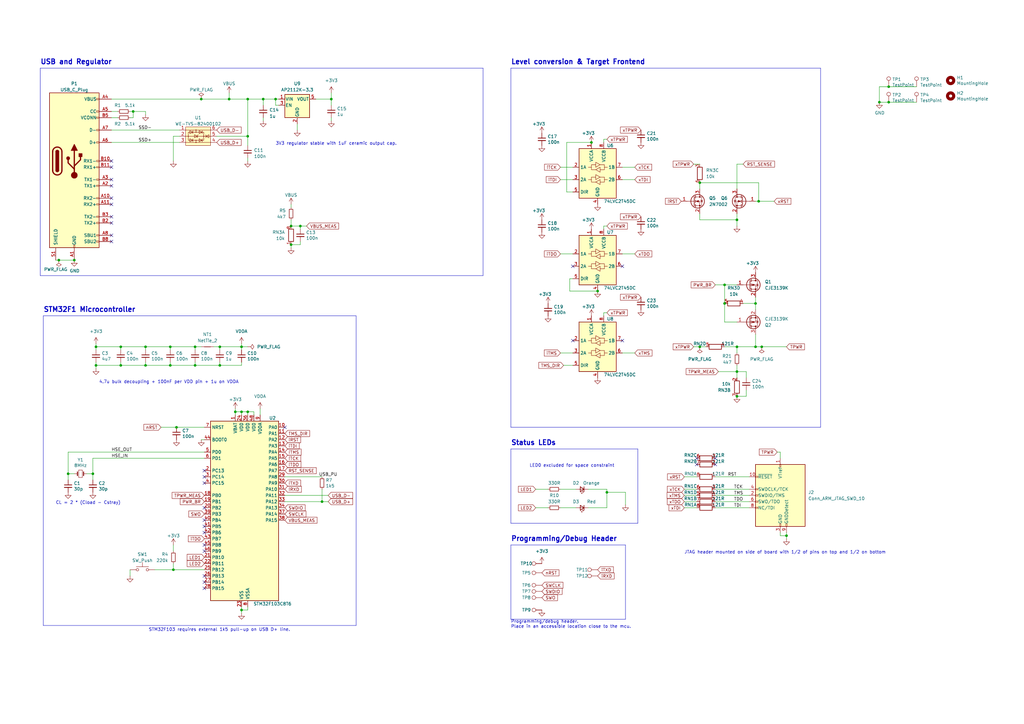
<source format=kicad_sch>
(kicad_sch (version 20230121) (generator eeschema)
  (paper "A3")
  (junction (at 99.06 250.19))
  (junction (at 90.17 149.86))
  (junction (at 99.06 142.24))
  (junction (at 59.69 142.24))
  (junction (at 54.61 45.72))
  (junction (at 107.95 40.64))
  (junction (at 39.37 142.24))
  (junction (at 24.13 106.68))
  (junction (at 302.26 152.4))
  (junction (at 49.53 142.24))
  (junction (at 360.68 41.91))
  (junction (at 364.49 35.56))
  (junction (at 297.18 116.84))
  (junction (at 132.08 205.74))
  (junction (at 93.98 40.64))
  (junction (at 322.58 219.71))
  (junction (at 135.89 40.64))
  (junction (at 38.1 194.31))
  (junction (at 309.88 142.24))
  (junction (at 101.6 55.88))
  (junction (at 59.69 149.86))
  (junction (at 119.38 100.33))
  (junction (at 312.42 142.24))
  (junction (at 82.55 40.64))
  (junction (at 245.11 119.38))
  (junction (at 101.6 168.91))
  (junction (at 80.01 142.24))
  (junction (at 302.26 142.24))
  (junction (at 287.02 142.24))
  (junction (at 119.38 92.71))
  (junction (at 99.06 168.91))
  (junction (at 90.17 142.24))
  (junction (at 311.15 82.55))
  (junction (at 309.88 124.46))
  (junction (at 80.01 149.86))
  (junction (at 71.12 233.68))
  (junction (at 72.39 175.26))
  (junction (at 49.53 149.86))
  (junction (at 30.48 106.68))
  (junction (at 39.37 149.86))
  (junction (at 27.94 194.31))
  (junction (at 297.18 124.46))
  (junction (at 69.85 149.86))
  (junction (at 96.52 168.91))
  (junction (at 101.6 40.64))
  (junction (at 113.03 40.64))
  (junction (at 242.57 58.42))
  (junction (at 302.26 162.56))
  (junction (at 287.02 74.93))
  (junction (at 302.26 90.17))
  (junction (at 248.92 201.93))
  (junction (at 364.49 41.91))
  (junction (at 69.85 142.24))
  (junction (at 123.19 92.71))
  (no_connect (at 83.82 198.12))
  (no_connect (at 293.37 190.5))
  (no_connect (at 83.82 218.44))
  (no_connect (at 83.82 195.58))
  (no_connect (at 45.72 73.66))
  (no_connect (at 45.72 68.58))
  (no_connect (at 83.82 208.28))
  (no_connect (at 45.72 81.28))
  (no_connect (at 45.72 96.52))
  (no_connect (at 234.95 139.7))
  (no_connect (at 285.75 187.96))
  (no_connect (at 45.72 88.9))
  (no_connect (at 83.82 238.76))
  (no_connect (at 45.72 99.06))
  (no_connect (at 45.72 66.04))
  (no_connect (at 83.82 215.9))
  (no_connect (at 255.27 139.7))
  (no_connect (at 116.84 175.26))
  (no_connect (at 83.82 223.52))
  (no_connect (at 83.82 193.04))
  (no_connect (at 45.72 91.44))
  (no_connect (at 83.82 213.36))
  (no_connect (at 45.72 83.82))
  (no_connect (at 293.37 187.96))
  (no_connect (at 285.75 190.5))
  (no_connect (at 234.95 109.22))
  (no_connect (at 83.82 236.22))
  (no_connect (at 255.27 109.22))
  (no_connect (at 83.82 241.3))
  (no_connect (at 45.72 76.2))
  (no_connect (at 83.82 226.06))
  (wire (pts (xy 287.02 90.17) (xy 302.26 90.17)))
  (wire (pts (xy 297.18 124.46) (xy 297.18 132.08)))
  (wire (pts (xy 287.02 74.93) (xy 287.02 77.47)))
  (wire (pts (xy 54.61 48.26) (xy 53.34 48.26)))
  (wire (pts (xy 135.89 49.53) (xy 135.89 48.26)))
  (wire (pts (xy 306.07 162.56) (xy 302.26 162.56)))
  (wire (pts (xy 293.37 203.2) (xy 307.34 203.2)))
  (wire (pts (xy 101.6 55.88) (xy 101.6 59.69)))
  (wire (pts (xy 116.84 205.74) (xy 132.08 205.74)))
  (polyline (pts (xy 336.55 175.26) (xy 336.55 27.94)))
  (wire (pts (xy 45.72 53.34) (xy 73.66 53.34)))
  (polyline (pts (xy 209.55 175.26) (xy 336.55 175.26)))
  (wire (pts (xy 54.61 45.72) (xy 59.69 45.72)))
  (wire (pts (xy 71.12 66.04) (xy 71.12 55.88)))
  (wire (pts (xy 123.19 92.71) (xy 125.73 92.71)))
  (wire (pts (xy 232.41 78.74) (xy 234.95 78.74)))
  (wire (pts (xy 284.48 142.24) (xy 287.02 142.24)))
  (wire (pts (xy 66.04 175.26) (xy 72.39 175.26)))
  (polyline (pts (xy 209.55 223.52) (xy 256.54 223.52)))
  (wire (pts (xy 87.63 142.24) (xy 90.17 142.24)))
  (polyline (pts (xy 16.51 27.94) (xy 16.51 113.03)))
  (wire (pts (xy 93.98 38.1) (xy 93.98 40.64)))
  (wire (pts (xy 35.56 194.31) (xy 38.1 194.31)))
  (wire (pts (xy 302.26 154.94) (xy 302.26 152.4)))
  (wire (pts (xy 260.35 104.14) (xy 255.27 104.14)))
  (wire (pts (xy 232.41 58.42) (xy 232.41 78.74)))
  (wire (pts (xy 247.65 58.42) (xy 247.65 57.15)))
  (wire (pts (xy 360.68 35.56) (xy 360.68 41.91)))
  (wire (pts (xy 107.95 40.64) (xy 113.03 40.64)))
  (wire (pts (xy 96.52 167.64) (xy 96.52 168.91)))
  (wire (pts (xy 99.06 250.19) (xy 99.06 248.92)))
  (wire (pts (xy 53.34 45.72) (xy 54.61 45.72)))
  (wire (pts (xy 69.85 148.59) (xy 69.85 149.86)))
  (wire (pts (xy 248.92 208.28) (xy 241.3 208.28)))
  (wire (pts (xy 247.65 93.98) (xy 247.65 92.71)))
  (wire (pts (xy 69.85 142.24) (xy 59.69 142.24)))
  (wire (pts (xy 49.53 142.24) (xy 49.53 143.51)))
  (wire (pts (xy 106.68 167.64) (xy 106.68 170.18)))
  (wire (pts (xy 219.71 200.66) (xy 224.79 200.66)))
  (polyline (pts (xy 256.54 223.52) (xy 256.54 254)))
  (wire (pts (xy 72.39 175.26) (xy 83.82 175.26)))
  (wire (pts (xy 284.48 67.31) (xy 287.02 67.31)))
  (wire (pts (xy 306.07 154.94) (xy 306.07 152.4)))
  (polyline (pts (xy 209.55 254) (xy 209.55 223.52)))
  (wire (pts (xy 219.71 208.28) (xy 224.79 208.28)))
  (wire (pts (xy 101.6 248.92) (xy 101.6 250.19)))
  (wire (pts (xy 119.38 83.82) (xy 119.38 85.09)))
  (wire (pts (xy 39.37 142.24) (xy 39.37 143.51)))
  (wire (pts (xy 360.68 41.91) (xy 364.49 41.91)))
  (wire (pts (xy 82.55 40.64) (xy 93.98 40.64)))
  (wire (pts (xy 119.38 100.33) (xy 119.38 101.6)))
  (wire (pts (xy 302.26 116.84) (xy 297.18 116.84)))
  (wire (pts (xy 311.15 82.55) (xy 311.15 74.93)))
  (wire (pts (xy 39.37 149.86) (xy 49.53 149.86)))
  (wire (pts (xy 49.53 149.86) (xy 59.69 149.86)))
  (polyline (pts (xy 261.62 184.15) (xy 261.62 214.63)))
  (wire (pts (xy 69.85 143.51) (xy 69.85 142.24)))
  (wire (pts (xy 229.87 208.28) (xy 236.22 208.28)))
  (polyline (pts (xy 336.55 27.94) (xy 209.55 27.94)))
  (wire (pts (xy 233.68 114.3) (xy 234.95 114.3)))
  (wire (pts (xy 69.85 142.24) (xy 80.01 142.24)))
  (wire (pts (xy 39.37 149.86) (xy 39.37 151.13)))
  (wire (pts (xy 59.69 148.59) (xy 59.69 149.86)))
  (wire (pts (xy 302.26 67.31) (xy 302.26 77.47)))
  (wire (pts (xy 38.1 196.85) (xy 38.1 194.31)))
  (wire (pts (xy 132.08 195.58) (xy 116.84 195.58)))
  (wire (pts (xy 80.01 148.59) (xy 80.01 149.86)))
  (wire (pts (xy 293.37 208.28) (xy 307.34 208.28)))
  (wire (pts (xy 101.6 170.18) (xy 101.6 168.91)))
  (wire (pts (xy 312.42 142.24) (xy 322.58 142.24)))
  (wire (pts (xy 90.17 148.59) (xy 90.17 149.86)))
  (wire (pts (xy 53.34 236.22) (xy 53.34 233.68)))
  (polyline (pts (xy 209.55 184.15) (xy 261.62 184.15)))
  (wire (pts (xy 113.03 40.64) (xy 114.3 40.64)))
  (wire (pts (xy 229.87 144.78) (xy 234.95 144.78)))
  (wire (pts (xy 80.01 143.51) (xy 80.01 142.24)))
  (wire (pts (xy 123.19 100.33) (xy 119.38 100.33)))
  (wire (pts (xy 27.94 196.85) (xy 27.94 194.31)))
  (wire (pts (xy 293.37 116.84) (xy 297.18 116.84)))
  (wire (pts (xy 302.26 90.17) (xy 302.26 87.63)))
  (polyline (pts (xy 17.78 129.54) (xy 17.78 256.54)))
  (wire (pts (xy 104.14 168.91) (xy 104.14 170.18)))
  (wire (pts (xy 320.04 218.44) (xy 320.04 219.71)))
  (wire (pts (xy 247.65 92.71) (xy 248.92 92.71)))
  (wire (pts (xy 320.04 185.42) (xy 320.04 187.96)))
  (wire (pts (xy 248.92 201.93) (xy 248.92 208.28)))
  (wire (pts (xy 304.8 67.31) (xy 302.26 67.31)))
  (wire (pts (xy 260.35 68.58) (xy 255.27 68.58)))
  (wire (pts (xy 59.69 142.24) (xy 49.53 142.24)))
  (wire (pts (xy 309.88 124.46) (xy 309.88 121.92)))
  (wire (pts (xy 287.02 142.24) (xy 289.56 142.24)))
  (wire (pts (xy 302.26 90.17) (xy 302.26 92.71)))
  (wire (pts (xy 99.06 250.19) (xy 101.6 250.19)))
  (wire (pts (xy 99.06 168.91) (xy 101.6 168.91)))
  (wire (pts (xy 121.92 50.8) (xy 121.92 53.34)))
  (polyline (pts (xy 146.05 256.54) (xy 146.05 129.54)))
  (wire (pts (xy 119.38 92.71) (xy 123.19 92.71)))
  (polyline (pts (xy 209.55 27.94) (xy 209.55 175.26)))
  (wire (pts (xy 248.92 200.66) (xy 248.92 201.93)))
  (wire (pts (xy 309.88 137.16) (xy 309.88 142.24)))
  (wire (pts (xy 59.69 45.72) (xy 59.69 46.99)))
  (wire (pts (xy 311.15 82.55) (xy 317.5 82.55)))
  (wire (pts (xy 248.92 201.93) (xy 256.54 201.93)))
  (wire (pts (xy 45.72 40.64) (xy 82.55 40.64)))
  (wire (pts (xy 45.72 58.42) (xy 73.66 58.42)))
  (wire (pts (xy 83.82 180.34) (xy 82.55 180.34)))
  (wire (pts (xy 134.62 203.2) (xy 116.84 203.2)))
  (wire (pts (xy 99.06 170.18) (xy 99.06 168.91)))
  (wire (pts (xy 231.14 149.86) (xy 234.95 149.86)))
  (polyline (pts (xy 209.55 254) (xy 256.54 254)))
  (wire (pts (xy 24.13 106.68) (xy 30.48 106.68)))
  (wire (pts (xy 280.67 200.66) (xy 285.75 200.66)))
  (wire (pts (xy 96.52 168.91) (xy 96.52 170.18)))
  (polyline (pts (xy 16.51 27.94) (xy 198.12 27.94)))
  (wire (pts (xy 293.37 205.74) (xy 307.34 205.74)))
  (wire (pts (xy 241.3 200.66) (xy 248.92 200.66)))
  (wire (pts (xy 80.01 142.24) (xy 82.55 142.24)))
  (wire (pts (xy 294.64 152.4) (xy 302.26 152.4)))
  (polyline (pts (xy 16.51 113.03) (xy 198.12 113.03)))
  (wire (pts (xy 99.06 149.86) (xy 99.06 148.59)))
  (wire (pts (xy 99.06 251.46) (xy 99.06 250.19)))
  (wire (pts (xy 48.26 48.26) (xy 45.72 48.26)))
  (wire (pts (xy 302.26 149.86) (xy 302.26 152.4)))
  (wire (pts (xy 135.89 38.1) (xy 135.89 40.64)))
  (wire (pts (xy 101.6 40.64) (xy 107.95 40.64)))
  (wire (pts (xy 114.3 43.18) (xy 113.03 43.18)))
  (wire (pts (xy 364.49 35.56) (xy 360.68 35.56)))
  (wire (pts (xy 280.67 208.28) (xy 285.75 208.28)))
  (wire (pts (xy 49.53 149.86) (xy 49.53 148.59)))
  (wire (pts (xy 247.65 129.54) (xy 247.65 128.27)))
  (wire (pts (xy 229.87 104.14) (xy 234.95 104.14)))
  (wire (pts (xy 132.08 200.66) (xy 132.08 205.74)))
  (wire (pts (xy 309.88 142.24) (xy 312.42 142.24)))
  (wire (pts (xy 90.17 149.86) (xy 99.06 149.86)))
  (wire (pts (xy 280.67 205.74) (xy 285.75 205.74)))
  (polyline (pts (xy 198.12 113.03) (xy 198.12 27.94)))
  (wire (pts (xy 99.06 143.51) (xy 99.06 142.24)))
  (wire (pts (xy 71.12 233.68) (xy 83.82 233.68)))
  (wire (pts (xy 93.98 40.64) (xy 101.6 40.64)))
  (wire (pts (xy 101.6 55.88) (xy 101.6 40.64)))
  (wire (pts (xy 297.18 132.08) (xy 302.26 132.08)))
  (wire (pts (xy 119.38 90.17) (xy 119.38 92.71)))
  (wire (pts (xy 302.26 142.24) (xy 302.26 144.78)))
  (wire (pts (xy 107.95 48.26) (xy 107.95 49.53)))
  (wire (pts (xy 123.19 99.06) (xy 123.19 100.33)))
  (wire (pts (xy 306.07 162.56) (xy 306.07 160.02)))
  (wire (pts (xy 375.92 35.56) (xy 364.49 35.56)))
  (wire (pts (xy 88.9 55.88) (xy 101.6 55.88)))
  (polyline (pts (xy 209.55 214.63) (xy 209.55 184.15)))
  (wire (pts (xy 304.8 124.46) (xy 309.88 124.46)))
  (wire (pts (xy 302.26 142.24) (xy 309.88 142.24)))
  (wire (pts (xy 135.89 40.64) (xy 135.89 43.18)))
  (wire (pts (xy 99.06 142.24) (xy 90.17 142.24)))
  (wire (pts (xy 247.65 57.15) (xy 248.92 57.15)))
  (wire (pts (xy 242.57 58.42) (xy 232.41 58.42)))
  (wire (pts (xy 113.03 43.18) (xy 113.03 40.64)))
  (wire (pts (xy 229.87 200.66) (xy 236.22 200.66)))
  (wire (pts (xy 229.87 68.58) (xy 234.95 68.58)))
  (wire (pts (xy 54.61 45.72) (xy 54.61 48.26)))
  (polyline (pts (xy 209.55 214.63) (xy 261.62 214.63)))
  (wire (pts (xy 322.58 219.71) (xy 322.58 218.44)))
  (wire (pts (xy 80.01 149.86) (xy 90.17 149.86)))
  (wire (pts (xy 38.1 187.96) (xy 83.82 187.96)))
  (wire (pts (xy 297.18 116.84) (xy 297.18 124.46)))
  (polyline (pts (xy 17.78 256.54) (xy 146.05 256.54)))
  (wire (pts (xy 63.5 233.68) (xy 71.12 233.68)))
  (wire (pts (xy 101.6 142.24) (xy 99.06 142.24)))
  (wire (pts (xy 59.69 149.86) (xy 69.85 149.86)))
  (wire (pts (xy 39.37 148.59) (xy 39.37 149.86)))
  (wire (pts (xy 69.85 149.86) (xy 80.01 149.86)))
  (wire (pts (xy 22.86 106.68) (xy 24.13 106.68)))
  (wire (pts (xy 260.35 73.66) (xy 255.27 73.66)))
  (wire (pts (xy 297.18 142.24) (xy 302.26 142.24)))
  (wire (pts (xy 306.07 152.4) (xy 302.26 152.4)))
  (wire (pts (xy 260.35 144.78) (xy 255.27 144.78)))
  (wire (pts (xy 293.37 195.58) (xy 307.34 195.58)))
  (wire (pts (xy 90.17 143.51) (xy 90.17 142.24)))
  (wire (pts (xy 59.69 143.51) (xy 59.69 142.24)))
  (wire (pts (xy 233.68 119.38) (xy 245.11 119.38)))
  (wire (pts (xy 107.95 40.64) (xy 107.95 43.18)))
  (wire (pts (xy 48.26 45.72) (xy 45.72 45.72)))
  (wire (pts (xy 293.37 200.66) (xy 307.34 200.66)))
  (wire (pts (xy 322.58 219.71) (xy 322.58 220.98)))
  (wire (pts (xy 311.15 74.93) (xy 287.02 74.93)))
  (wire (pts (xy 132.08 205.74) (xy 134.62 205.74)))
  (wire (pts (xy 287.02 87.63) (xy 287.02 90.17)))
  (wire (pts (xy 229.87 73.66) (xy 234.95 73.66)))
  (wire (pts (xy 311.15 82.55) (xy 309.88 82.55)))
  (wire (pts (xy 101.6 168.91) (xy 104.14 168.91)))
  (wire (pts (xy 71.12 223.52) (xy 71.12 226.06)))
  (wire (pts (xy 71.12 231.14) (xy 71.12 233.68)))
  (wire (pts (xy 280.67 203.2) (xy 285.75 203.2)))
  (wire (pts (xy 247.65 128.27) (xy 248.92 128.27)))
  (wire (pts (xy 364.49 41.91) (xy 375.92 41.91)))
  (polyline (pts (xy 146.05 129.54) (xy 17.78 129.54)))
  (wire (pts (xy 309.88 124.46) (xy 309.88 127)))
  (wire (pts (xy 280.67 195.58) (xy 285.75 195.58)))
  (wire (pts (xy 27.94 194.31) (xy 30.48 194.31)))
  (wire (pts (xy 129.54 40.64) (xy 135.89 40.64)))
  (wire (pts (xy 39.37 140.97) (xy 39.37 142.24)))
  (wire (pts (xy 256.54 201.93) (xy 256.54 207.01)))
  (wire (pts (xy 71.12 55.88) (xy 73.66 55.88)))
  (wire (pts (xy 27.94 185.42) (xy 27.94 194.31)))
  (wire (pts (xy 38.1 194.31) (xy 38.1 187.96)))
  (wire (pts (xy 318.77 185.42) (xy 320.04 185.42)))
  (wire (pts (xy 123.19 93.98) (xy 123.19 92.71)))
  (wire (pts (xy 101.6 64.77) (xy 101.6 66.04)))
  (wire (pts (xy 99.06 140.97) (xy 99.06 142.24)))
  (wire (pts (xy 27.94 185.42) (xy 83.82 185.42)))
  (wire (pts (xy 96.52 168.91) (xy 99.06 168.91)))
  (wire (pts (xy 320.04 219.71) (xy 322.58 219.71)))
  (wire (pts (xy 49.53 142.24) (xy 39.37 142.24)))
  (wire (pts (xy 233.68 114.3) (xy 233.68 119.38)))
  (text "JTAG header mounted on side of board with 1/2 of pins on top and 1/2 on bottom" (at 280.67 227.33 0) (effects (font (size 1.27 1.27)) (justify left bottom)))
  (text "Programming/debug header.\nPlace in an accessible location close to the mcu." (at 209.55 257.81 0) (effects (font (size 1.27 1.27)) (justify left bottom)))
  (text "CL = 2 * (Cload - Cstray)" (at 22.86 207.01 0) (effects (font (size 1.27 1.27)) (justify left bottom)))
  (text "STM32F103 requires external 1k5 pull-up on USB D+ line." (at 60.96 259.08 0) (effects (font (size 1.27 1.27)) (justify left bottom)))
  (text "USB and Regulator" (at 16.51 26.67 0) (effects (font (size 2.0066 2.0066) (thickness 0.4013) bold) (justify left bottom)))
  (text "Level conversion & Target Frontend" (at 209.55 26.67 0) (effects (font (size 2.0066 2.0066) (thickness 0.4013) bold) (justify left bottom)))
  (text "STM32F1 Microcontroller" (at 17.78 128.27 0) (effects (font (size 2.0066 2.0066) (thickness 0.4013) bold) (justify left bottom)))
  (text "Status LEDs" (at 209.55 182.88 0) (effects (font (size 2.0066 2.0066) (thickness 0.4013) bold) (justify left bottom)))
  (text "Programming/Debug Header" (at 209.55 222.25 0) (effects (font (size 2.0066 2.0066) (thickness 0.4013) bold) (justify left bottom)))
  (text "4.7u bulk decoupling + 100nF per VDD pin + 1u on VDDA" (at 40.64 157.48 0) (effects (font (size 1.27 1.27)) (justify left bottom)))
  (text "3V3 regulator stable with 1uF ceramic output cap." (at 113.03 59.69 0) (effects (font (size 1.27 1.27)) (justify left bottom)))
  (text "LED0 excluded for space constraint" (at 217.17 191.77 0) (effects (font (size 1.27 1.27)) (justify left bottom)))
  (label "TMS" (at 300.99 203.2 0))
  (label "HSE_IN" (at 45.72 187.96 0))
  (label "SSD+" (at 62.23 58.42 180))
  (label "TDO" (at 300.99 205.74 0))
  (label "TDI" (at 300.99 208.28 0))
  (label "RST" (at 298.45 195.58 0))
  (label "USB_PU" (at 130.81 195.58 0))
  (label "SSD-" (at 62.23 53.34 180))
  (label "HSE_OUT" (at 45.72 185.42 0))
  (label "TCK" (at 300.99 200.66 0))
  (global_label "xTPWR" (shape input) (at 284.48 67.31 180) (property "Intersheetrefs" "${INTERSHEET_REFS}" (effects hide)))
  (global_label "SWDIO" (shape input) (at 222.25 242.57 0) (property "Intersheetrefs" "${INTERSHEET_REFS}" (effects hide)))
  (global_label "SWDIO" (shape input) (at 116.84 208.28 0) (property "Intersheetrefs" "${INTERSHEET_REFS}" (effects hide)))
  (global_label "SWO" (shape input) (at 83.82 210.82 180) (property "Intersheetrefs" "${INTERSHEET_REFS}" (effects hide)))
  (global_label "iTDI" (shape input) (at 116.84 182.88 0) (property "Intersheetrefs" "${INTERSHEET_REFS}" (effects hide)))
  (global_label "xTPWR" (shape input) (at 262.89 53.34 180) (property "Intersheetrefs" "${INTERSHEET_REFS}" (effects hide)))
  (global_label "TPWR_MEAS" (shape input) (at 294.64 152.4 180) (property "Intersheetrefs" "${INTERSHEET_REFS}" (effects hide)))
  (global_label "iTCK" (shape input) (at 229.87 68.58 180) (property "Intersheetrefs" "${INTERSHEET_REFS}" (effects hide)))
  (global_label "USB_D+" (shape input) (at 88.9 58.42 0) (property "Intersheetrefs" "${INTERSHEET_REFS}" (effects hide)))
  (global_label "SWCLK" (shape input) (at 116.84 210.82 0) (property "Intersheetrefs" "${INTERSHEET_REFS}" (effects hide)))
  (global_label "xTMS" (shape input) (at 280.67 203.2 180) (property "Intersheetrefs" "${INTERSHEET_REFS}" (effects hide)))
  (global_label "iTDO" (shape input) (at 229.87 104.14 180) (property "Intersheetrefs" "${INTERSHEET_REFS}" (effects hide)))
  (global_label "xTDO" (shape input) (at 260.35 104.14 0) (property "Intersheetrefs" "${INTERSHEET_REFS}" (effects hide)))
  (global_label "iRXD" (shape input) (at 116.84 200.66 0) (property "Intersheetrefs" "${INTERSHEET_REFS}" (effects hide)))
  (global_label "xTMS" (shape input) (at 260.35 144.78 0) (property "Intersheetrefs" "${INTERSHEET_REFS}" (effects hide)))
  (global_label "LED1" (shape input) (at 83.82 228.6 180) (property "Intersheetrefs" "${INTERSHEET_REFS}" (effects hide)))
  (global_label "TPWR_MEAS" (shape input) (at 83.82 203.2 180) (property "Intersheetrefs" "${INTERSHEET_REFS}" (effects hide)))
  (global_label "SWCLK" (shape input) (at 222.25 240.03 0) (property "Intersheetrefs" "${INTERSHEET_REFS}" (effects hide)))
  (global_label "PWR_BR" (shape input) (at 293.37 116.84 180) (property "Intersheetrefs" "${INTERSHEET_REFS}" (effects hide)))
  (global_label "xRST" (shape input) (at 280.67 195.58 180) (property "Intersheetrefs" "${INTERSHEET_REFS}" (effects hide)))
  (global_label "LED2" (shape input) (at 219.71 208.28 180) (property "Intersheetrefs" "${INTERSHEET_REFS}" (effects hide)))
  (global_label "TMS_DIR" (shape input) (at 231.14 149.86 180) (property "Intersheetrefs" "${INTERSHEET_REFS}" (effects hide)))
  (global_label "TPWR" (shape input) (at 318.77 185.42 180) (property "Intersheetrefs" "${INTERSHEET_REFS}" (effects hide)))
  (global_label "xRST" (shape input) (at 317.5 82.55 0) (property "Intersheetrefs" "${INTERSHEET_REFS}" (effects hide)))
  (global_label "xTCK" (shape input) (at 260.35 68.58 0) (property "Intersheetrefs" "${INTERSHEET_REFS}" (effects hide)))
  (global_label "xTPWR" (shape input) (at 248.92 128.27 0) (property "Intersheetrefs" "${INTERSHEET_REFS}" (effects hide)))
  (global_label "iTMS" (shape input) (at 116.84 185.42 0) (property "Intersheetrefs" "${INTERSHEET_REFS}" (effects hide)))
  (global_label "iTCK" (shape input) (at 116.84 187.96 0) (property "Intersheetrefs" "${INTERSHEET_REFS}" (effects hide)))
  (global_label "RST_SENSE" (shape input) (at 116.84 193.04 0) (property "Intersheetrefs" "${INTERSHEET_REFS}" (effects hide)))
  (global_label "xTDI" (shape input) (at 260.35 73.66 0) (property "Intersheetrefs" "${INTERSHEET_REFS}" (effects hide)))
  (global_label "TMS_DIR" (shape input) (at 116.84 177.8 0) (property "Intersheetrefs" "${INTERSHEET_REFS}" (effects hide)))
  (global_label "VBUS_MEAS" (shape input) (at 116.84 213.36 0) (property "Intersheetrefs" "${INTERSHEET_REFS}" (effects hide)))
  (global_label "LED2" (shape input) (at 83.82 231.14 180) (property "Intersheetrefs" "${INTERSHEET_REFS}" (effects hide)))
  (global_label "xTPWR" (shape input) (at 262.89 121.92 180) (property "Intersheetrefs" "${INTERSHEET_REFS}" (effects hide)))
  (global_label "xTPWR" (shape input) (at 262.89 88.9 180) (property "Intersheetrefs" "${INTERSHEET_REFS}" (effects hide)))
  (global_label "LED1" (shape input) (at 219.71 200.66 180) (property "Intersheetrefs" "${INTERSHEET_REFS}" (effects hide)))
  (global_label "xTPWR" (shape input) (at 248.92 92.71 0) (property "Intersheetrefs" "${INTERSHEET_REFS}" (effects hide)))
  (global_label "USB_D-" (shape input) (at 88.9 53.34 0) (property "Intersheetrefs" "${INTERSHEET_REFS}" (effects hide)))
  (global_label "USB_D-" (shape input) (at 134.62 203.2 0) (property "Intersheetrefs" "${INTERSHEET_REFS}" (effects hide)))
  (global_label "iTDO" (shape input) (at 116.84 190.5 0) (property "Intersheetrefs" "${INTERSHEET_REFS}" (effects hide)))
  (global_label "USB_D+" (shape input) (at 134.62 205.74 0) (property "Intersheetrefs" "${INTERSHEET_REFS}" (effects hide)))
  (global_label "iRST" (shape input) (at 116.84 180.34 0) (property "Intersheetrefs" "${INTERSHEET_REFS}" (effects hide)))
  (global_label "VBUS_MEAS" (shape input) (at 125.73 92.71 0) (property "Intersheetrefs" "${INTERSHEET_REFS}" (effects hide)))
  (global_label "xTPWR" (shape input) (at 284.48 142.24 180) (property "Intersheetrefs" "${INTERSHEET_REFS}" (effects hide)))
  (global_label "nRST" (shape input) (at 66.04 175.26 180) (property "Intersheetrefs" "${INTERSHEET_REFS}" (effects hide)))
  (global_label "xTDO" (shape input) (at 280.67 205.74 180) (property "Intersheetrefs" "${INTERSHEET_REFS}" (effects hide)))
  (global_label "iRST" (shape input) (at 279.4 82.55 180) (property "Intersheetrefs" "${INTERSHEET_REFS}" (effects hide)))
  (global_label "RST_SENSE" (shape input) (at 304.8 67.31 0) (property "Intersheetrefs" "${INTERSHEET_REFS}" (effects hide)))
  (global_label "xTCK" (shape input) (at 280.67 200.66 180) (property "Intersheetrefs" "${INTERSHEET_REFS}" (effects hide)))
  (global_label "SWO" (shape input) (at 222.25 245.11 0) (property "Intersheetrefs" "${INTERSHEET_REFS}" (effects hide)))
  (global_label "TPWR" (shape input) (at 322.58 142.24 0) (property "Intersheetrefs" "${INTERSHEET_REFS}" (effects hide)))
  (global_label "xTDI" (shape input) (at 280.67 208.28 180) (property "Intersheetrefs" "${INTERSHEET_REFS}" (effects hide)))
  (global_label "PWR_BR" (shape input) (at 83.82 205.74 180) (property "Intersheetrefs" "${INTERSHEET_REFS}" (effects hide)))
  (global_label "iRXD" (shape input) (at 245.11 236.22 0) (property "Intersheetrefs" "${INTERSHEET_REFS}" (effects hide)))
  (global_label "xTPWR" (shape input) (at 248.92 57.15 0) (property "Intersheetrefs" "${INTERSHEET_REFS}" (effects hide)))
  (global_label "iTXD" (shape input) (at 116.84 198.12 0) (property "Intersheetrefs" "${INTERSHEET_REFS}" (effects hide)))
  (global_label "iTDO" (shape input) (at 83.82 220.98 180) (property "Intersheetrefs" "${INTERSHEET_REFS}" (effects hide)))
  (global_label "iTXD" (shape input) (at 245.11 233.68 0) (property "Intersheetrefs" "${INTERSHEET_REFS}" (effects hide)))
  (global_label "iTMS" (shape input) (at 229.87 144.78 180) (property "Intersheetrefs" "${INTERSHEET_REFS}" (effects hide)))
  (global_label "iTDI" (shape input) (at 229.87 73.66 180) (property "Intersheetrefs" "${INTERSHEET_REFS}" (effects hide)))
  (global_label "nRST" (shape input) (at 222.25 234.95 0) (property "Intersheetrefs" "${INTERSHEET_REFS}" (effects hide)))
  (symbol (lib_id "power:VBUS") (at 93.98 38.1 0) (unit 1)
    (property "Reference" "#PWR019" (effects hide))
    (property "Value" "VBUS" (at 93.98 34.29 0))
  )
  (symbol (lib_id "Logic_LevelTranslator:74LVC2T45DC") (at 245.11 71.12 0) (unit 1)
    (property "Reference" "U6" (at 248.92 59.69 0) (effects (justify left)))
    (property "Value" "74LVC2T45DC" (at 247.65 82.55 0) (effects (justify left)))
    (property "Footprint" "Package_SO:VSSOP-8_2.3x2mm_P0.5mm" (effects hide))
    (property "Datasheet" "https://assets.nexperia.com/documents/data-sheet/74LVC_LVCH2T45.pdf" (effects hide))
    (property "LCSC" "C2652936" (effects hide))
  )
  (symbol (lib_id "Connector:TestPoint") (at 222.25 242.57 90) (mirror x) (unit 1)
    (property "Reference" "TP7" (at 215.9 242.57 90))
    (property "Value" "TestPoint" (effects hide))
    (property "Footprint" "TestPoint:TestPoint_Pad_D1.5mm" (effects hide))
  )
  (symbol (lib_id "power:PWR_FLAG") (at 287.02 142.24 180) (unit 1)
    (property "Reference" "#FLG03" (effects hide))
    (property "Value" "PWR_FLAG" (at 287.02 147.32 0))
  )
  (symbol (lib_id "Device:R_Small") (at 302.26 147.32 0) (mirror x) (unit 1)
    (property "Reference" "R21" (at 300.1215 146.05 0) (effects (justify right)))
    (property "Value" "4k7" (at 300.1215 148.59 0) (effects (justify right)))
    (property "Footprint" "Resistor_SMD:R_0402_1005Metric" (effects hide))
    (property "LCSC" "C163826" (effects hide))
  )
  (symbol (lib_id "Mechanical:MountingHole") (at 389.89 39.37 0) (unit 1)
    (property "Reference" "H2" (at 392.43 38.2016 0) (effects (justify left)))
    (property "Value" "MountingHole" (at 392.43 40.513 0) (effects (justify left)))
    (property "Footprint" "MountingHole:MountingHole_2.2mm_M2" (effects hide))
  )
  (symbol (lib_id "power:PWR_FLAG") (at 101.6 142.24 270) (unit 1)
    (property "Reference" "#FLG05" (effects hide))
    (property "Value" "PWR_FLAG" (at 105.41 142.24 90) (effects (justify left)))
  )
  (symbol (lib_id "power:GND") (at 119.38 101.6 0) (unit 1)
    (property "Reference" "#PWR018" (effects hide))
    (property "Value" "GND" (effects hide))
  )
  (symbol (lib_id "power:GND") (at 245.11 83.82 0) (unit 1)
    (property "Reference" "#PWR040" (effects hide))
    (property "Value" "GND" (effects hide))
  )
  (symbol (lib_id "power:GND") (at 322.58 220.98 0) (unit 1)
    (property "Reference" "#PWR047" (effects hide))
    (property "Value" "GND" (effects hide))
  )
  (symbol (lib_id "Connector:TestPoint") (at 364.49 41.91 0) (unit 1)
    (property "Reference" "TP2" (at 365.9632 38.9128 0) (effects (justify left)))
    (property "Value" "TestPoint" (at 365.9632 41.2242 0) (effects (justify left)))
    (property "Footprint" "TestPoint:TestPoint_Pad_1.5x1.5mm" (effects hide))
  )
  (symbol (lib_id "Connector:TestPoint") (at 245.11 233.68 90) (mirror x) (unit 1)
    (property "Reference" "TP11" (at 238.76 233.68 90))
    (property "Value" "TestPoint" (effects hide))
    (property "Footprint" "TestPoint:TestPoint_Pad_D1.5mm" (effects hide))
  )
  (symbol (lib_id "Device:C_Small") (at 262.89 55.88 0) (unit 1)
    (property "Reference" "C21" (at 265.2268 54.7116 0) (effects (justify left)))
    (property "Value" "100n" (at 265.2268 57.023 0) (effects (justify left)))
    (property "Footprint" "Capacitor_SMD:C_0402_1005Metric" (effects hide))
    (property "LCSC" "C307331" (effects hide))
  )
  (symbol (lib_id "power:+3V3") (at 222.25 231.14 0) (unit 1)
    (property "Reference" "#PWR024" (effects hide))
    (property "Value" "+3V3" (at 222.25 226.06 0))
  )
  (symbol (lib_id "Device:R_Small") (at 227.33 200.66 90) (unit 1)
    (property "Reference" "R9" (effects hide))
    (property "Value" "330R" (at 227.33 198.12 90))
    (property "Footprint" "Resistor_SMD:R_0402_1005Metric" (effects hide))
    (property "LCSC" "C25104" (effects hide))
  )
  (symbol (lib_id "power:GND") (at 245.11 154.94 0) (unit 1)
    (property "Reference" "#PWR042" (effects hide))
    (property "Value" "GND" (effects hide))
  )
  (symbol (lib_id "Device:C_Small") (at 80.01 146.05 0) (unit 1)
    (property "Reference" "C8" (at 82.3468 144.8816 0) (effects (justify left)))
    (property "Value" "100n" (at 82.3468 147.193 0) (effects (justify left)))
    (property "Footprint" "Capacitor_SMD:C_0402_1005Metric" (effects hide))
    (property "LCSC" "C307331" (effects hide))
  )
  (symbol (lib_id "Device:R_Pack04_Split") (at 289.56 195.58 90) (unit 1)
    (property "Reference" "RN2" (at 283.21 194.31 90))
    (property "Value" "121R" (at 294.64 194.31 90))
    (property "Footprint" "Resistor_SMD:R_Array_Convex_4x0402" (effects hide))
    (property "LCSC" "C728706" (effects hide))
  )
  (symbol (lib_id "power:GND") (at 360.68 41.91 0) (unit 1)
    (property "Reference" "#PWR054" (effects hide))
    (property "Value" "GND" (at 360.807 46.3042 0))
  )
  (symbol (lib_id "Device:C_Small") (at 69.85 146.05 0) (unit 1)
    (property "Reference" "C6" (at 72.1868 144.8816 0) (effects (justify left)))
    (property "Value" "100n" (at 72.1868 147.193 0) (effects (justify left)))
    (property "Footprint" "Capacitor_SMD:C_0402_1005Metric" (effects hide))
    (property "LCSC" "C307331" (effects hide))
  )
  (symbol (lib_id "power:+3V3") (at 242.57 129.54 0) (unit 1)
    (property "Reference" "#PWR038" (effects hide))
    (property "Value" "+3V3" (at 241.3 125.73 0))
  )
  (symbol (lib_id "power:GND") (at 82.55 180.34 0) (unit 1)
    (property "Reference" "#PWR011" (effects hide))
    (property "Value" "GND" (effects hide))
  )
  (symbol (lib_id "power:+3V3") (at 71.12 223.52 0) (unit 1)
    (property "Reference" "#PWR09" (effects hide))
    (property "Value" "+3V3" (at 71.12 219.71 0))
  )
  (symbol (lib_id "power:GND") (at 27.94 201.93 0) (unit 1)
    (property "Reference" "#PWR01" (effects hide))
    (property "Value" "GND" (effects hide))
  )
  (symbol (lib_id "Device:LED_Small") (at 238.76 208.28 180) (unit 1)
    (property "Reference" "D3" (at 236.22 205.74 0))
    (property "Value" "Red" (at 242.57 205.74 0))
    (property "Footprint" "Connectors:LED_THT_Edge Mount" (effects hide))
  )
  (symbol (lib_id "Device:R_Pack04_Split") (at 289.56 187.96 90) (unit 3)
    (property "Reference" "RN2" (at 283.21 186.69 90))
    (property "Value" "121R" (at 294.64 186.69 90))
    (property "Footprint" "Resistor_SMD:R_Array_Convex_4x0402" (effects hide))
    (property "LCSC" "C728706" (effects hide))
  )
  (symbol (lib_id "Connector:USB_C_Plug") (at 30.48 66.04 0) (unit 1)
    (property "Reference" "P1" (at 30.48 34.29 0))
    (property "Value" "USB_C_Plug" (at 30.48 36.83 0))
    (property "Footprint" "Expansion_Card:USB_C_Plug_Molex_105444" (effects hide))
    (property "Datasheet" "https://www.usb.org/sites/default/files/documents/usb_type-c.zip" (effects hide))
  )
  (symbol (lib_id "Device:R_Small") (at 132.08 198.12 0) (unit 1)
    (property "Reference" "R7" (at 133.5786 196.9516 0) (effects (justify left)))
    (property "Value" "1k5" (at 133.5786 199.263 0) (effects (justify left)))
    (property "Footprint" "Resistor_SMD:R_0402_1005Metric" (effects hide))
    (property "LCSC" "C25867" (effects hide))
  )
  (symbol (lib_id "Device:C_Small") (at 107.95 45.72 0) (unit 1)
    (property "Reference" "C14" (at 110.49 45.0913 0) (effects (justify left)))
    (property "Value" "1u" (at 110.49 47.6313 0) (effects (justify left)))
    (property "Footprint" "Capacitor_SMD:C_0402_1005Metric" (effects hide))
    (property "LCSC" "C15849" (effects hide))
  )
  (symbol (lib_id "Device:R_Small") (at 119.38 87.63 0) (mirror x) (unit 1)
    (property "Reference" "R5" (at 117.2415 86.36 0) (effects (justify right)))
    (property "Value" "4k7" (at 117.2415 88.9 0) (effects (justify right)))
    (property "Footprint" "Resistor_SMD:R_0402_1005Metric" (effects hide))
    (property "LCSC" "C163826" (effects hide))
  )
  (symbol (lib_id "Mechanical:MountingHole") (at 389.89 33.02 0) (unit 1)
    (property "Reference" "H1" (at 392.43 31.8516 0) (effects (justify left)))
    (property "Value" "MountingHole" (at 392.43 34.163 0) (effects (justify left)))
    (property "Footprint" "MountingHole:MountingHole_2.2mm_M2" (effects hide))
  )
  (symbol (lib_id "power:GND") (at 71.12 66.04 0) (unit 1)
    (property "Reference" "#PWR08" (effects hide))
    (property "Value" "GND" (effects hide))
  )
  (symbol (lib_id "power:GND") (at 302.26 162.56 0) (unit 1)
    (property "Reference" "#PWR050" (effects hide))
    (property "Value" "GND" (effects hide))
  )
  (symbol (lib_id "Device:C_Small") (at 222.25 92.71 0) (unit 1)
    (property "Reference" "C18" (at 224.5868 91.5416 0) (effects (justify left)))
    (property "Value" "100n" (at 224.5868 93.853 0) (effects (justify left)))
    (property "Footprint" "Capacitor_SMD:C_0402_1005Metric" (effects hide))
    (property "LCSC" "C307331" (effects hide))
  )
  (symbol (lib_id "power:+3V3") (at 96.52 167.64 0) (unit 1)
    (property "Reference" "#PWR012" (effects hide))
    (property "Value" "+3V3" (at 96.52 163.83 0))
  )
  (symbol (lib_id "power:GND") (at 39.37 151.13 0) (unit 1)
    (property "Reference" "#PWR05" (effects hide))
    (property "Value" "GND" (effects hide))
  )
  (symbol (lib_id "power:GND") (at 101.6 66.04 0) (unit 1)
    (property "Reference" "#PWR014" (effects hide))
    (property "Value" "GND" (effects hide))
  )
  (symbol (lib_id "Device:C_Small") (at 262.89 91.44 0) (unit 1)
    (property "Reference" "C22" (at 265.2268 90.2716 0) (effects (justify left)))
    (property "Value" "100n" (at 265.2268 92.583 0) (effects (justify left)))
    (property "Footprint" "Capacitor_SMD:C_0402_1005Metric" (effects hide))
    (property "LCSC" "C307331" (effects hide))
  )
  (symbol (lib_id "Logic_LevelTranslator:74LVC2T45DC") (at 245.11 142.24 0) (unit 1)
    (property "Reference" "U8" (at 248.92 130.81 0) (effects (justify left)))
    (property "Value" "74LVC2T45DC" (at 247.65 153.67 0) (effects (justify left)))
    (property "Footprint" "Package_SO:VSSOP-8_2.3x2mm_P0.5mm" (effects hide))
    (property "Datasheet" "https://assets.nexperia.com/documents/data-sheet/74LVC_LVCH2T45.pdf" (effects hide))
    (property "LCSC" "C2652936" (effects hide))
  )
  (symbol (lib_id "power:VDDA") (at 99.06 140.97 0) (unit 1)
    (property "Reference" "#PWR015" (effects hide))
    (property "Value" "VDDA" (at 99.06 135.89 0))
  )
  (symbol (lib_id "power:GND") (at 222.25 59.69 0) (unit 1)
    (property "Reference" "#PWR030" (effects hide))
    (property "Value" "GND" (effects hide))
  )
  (symbol (lib_id "Connector:TestPoint") (at 222.25 245.11 90) (mirror x) (unit 1)
    (property "Reference" "TP8" (at 215.9 245.11 90))
    (property "Value" "TestPoint" (effects hide))
    (property "Footprint" "TestPoint:TestPoint_Pad_D1.5mm" (effects hide))
  )
  (symbol (lib_id "Device:C_Small") (at 99.06 146.05 0) (unit 1)
    (property "Reference" "C10" (at 101.3968 144.8816 0) (effects (justify left)))
    (property "Value" "100n" (at 101.3968 147.193 0) (effects (justify left)))
    (property "Footprint" "Capacitor_SMD:C_0402_1005Metric" (effects hide))
    (property "LCSC" "C307331" (effects hide))
  )
  (symbol (lib_id "Device:R_Small") (at 227.33 208.28 90) (unit 1)
    (property "Reference" "R10" (at 227.33 203.2 90))
    (property "Value" "330R" (at 227.33 205.74 90))
    (property "Footprint" "Resistor_SMD:R_0402_1005Metric" (effects hide))
    (property "LCSC" "C25104" (effects hide))
  )
  (symbol (lib_id "Device:R_Pack04_Split") (at 289.56 190.5 90) (unit 2)
    (property "Reference" "RN2" (at 283.21 189.23 90))
    (property "Value" "121R" (at 294.64 189.23 90))
    (property "Footprint" "Resistor_SMD:R_Array_Convex_4x0402" (effects hide))
    (property "LCSC" "C728706" (effects hide))
  )
  (symbol (lib_id "Device:NetTie_2") (at 85.09 142.24 0) (unit 1) (in_bom no)
    (property "Reference" "NT1" (at 85.09 137.16 0))
    (property "Value" "NetTie_2" (at 85.09 139.7 0))
    (property "Footprint" "NetTie:NetTie-2_SMD_Pad0.5mm" (effects hide))
  )
  (symbol (lib_id "Connector:TestPoint") (at 222.25 234.95 90) (mirror x) (unit 1)
    (property "Reference" "TP5" (at 215.9 234.95 90))
    (property "Value" "TestPoint" (effects hide))
    (property "Footprint" "TestPoint:TestPoint_Pad_D1.5mm" (effects hide))
  )
  (symbol (lib_id "Device:R_Pack04_Split") (at 287.02 71.12 180) (unit 3)
    (property "Reference" "RN3" (at 289.56 69.85 0) (effects (justify right)))
    (property "Value" "10k" (at 289.56 72.39 0) (effects (justify right)))
    (property "Footprint" "Resistor_SMD:R_Array_Convex_4x0402" (effects hide))
    (property "LCSC" "C25725" (effects hide))
  )
  (symbol (lib_id "Device:C_Small") (at 224.79 127 0) (unit 1)
    (property "Reference" "C19" (at 227.1268 125.8316 0) (effects (justify left)))
    (property "Value" "100n" (at 227.1268 128.143 0) (effects (justify left)))
    (property "Footprint" "Capacitor_SMD:C_0402_1005Metric" (effects hide))
    (property "LCSC" "C307331" (effects hide))
  )
  (symbol (lib_id "Switch:SW_Push") (at 58.42 233.68 0) (unit 1)
    (property "Reference" "SW1" (at 58.42 227.33 0))
    (property "Value" "SW_Push" (at 58.42 229.87 0))
    (property "Footprint" "Button_Switch_SMD:SW_Push_SPST_NO_Alps_SKRK" (effects hide))
    (property "LCSC" "C262416" (effects hide))
  )
  (symbol (lib_id "power:GND") (at 38.1 201.93 0) (unit 1)
    (property "Reference" "#PWR03" (effects hide))
    (property "Value" "GND" (effects hide))
  )
  (symbol (lib_id "Device:R_Pack04_Split") (at 289.56 205.74 90) (unit 2)
    (property "Reference" "RN1" (at 283.21 204.47 90))
    (property "Value" "121R" (at 294.64 204.47 90))
    (property "Footprint" "Resistor_SMD:R_Array_Convex_4x0402" (effects hide))
    (property "LCSC" "C728706" (effects hide))
  )
  (symbol (lib_id "power:GND") (at 222.25 95.25 0) (unit 1)
    (property "Reference" "#PWR032" (effects hide))
    (property "Value" "GND" (effects hide))
  )
  (symbol (lib_id "power:GND") (at 59.69 46.99 0) (unit 1)
    (property "Reference" "#PWR07" (effects hide))
    (property "Value" "GND" (effects hide))
  )
  (symbol (lib_id "Logic_LevelTranslator:74LVC2T45DC") (at 245.11 106.68 0) (unit 1)
    (property "Reference" "U7" (at 248.92 95.25 0) (effects (justify left)))
    (property "Value" "74LVC2T45DC" (at 247.65 118.11 0) (effects (justify left)))
    (property "Footprint" "Package_SO:VSSOP-8_2.3x2mm_P0.5mm" (effects hide))
    (property "Datasheet" "https://assets.nexperia.com/documents/data-sheet/74LVC_LVCH2T45.pdf" (effects hide))
    (property "LCSC" "C2652936" (effects hide))
  )
  (symbol (lib_id "power:PWR_FLAG") (at 312.42 142.24 180) (unit 1)
    (property "Reference" "#FLG04" (effects hide))
    (property "Value" "PWR_FLAG" (at 312.42 147.32 0))
  )
  (symbol (lib_id "Connector:TestPoint") (at 222.25 250.19 90) (mirror x) (unit 1)
    (property "Reference" "TP9" (at 215.9 250.19 90))
    (property "Value" "TestPoint" (effects hide))
    (property "Footprint" "TestPoint:TestPoint_Pad_D1.5mm" (effects hide))
  )
  (symbol (lib_id "Transistor_FET:2N7002") (at 304.8 82.55 0) (mirror y) (unit 1)
    (property "Reference" "Q6" (at 298.45 81.28 0) (effects (justify left)))
    (property "Value" "2N7002" (at 298.45 83.82 0) (effects (justify left)))
    (property "Footprint" "Package_TO_SOT_SMD:SOT-523" (effects hide))
    (property "Datasheet" "https://www.onsemi.com/pub/Collateral/NDS7002A-D.PDF" (effects hide))
    (property "LCSC" "C2995317" (effects hide))
  )
  (symbol (lib_id "power:+3V3") (at 224.79 124.46 0) (unit 1)
    (property "Reference" "#PWR033" (effects hide))
    (property "Value" "+3V3" (at 223.52 120.65 0))
  )
  (symbol (lib_id "Device:R_Pack04_Split") (at 300.99 124.46 90) (unit 4)
    (property "Reference" "RN3" (at 300.99 118.11 90))
    (property "Value" "10k" (at 300.99 120.65 90))
    (property "Footprint" "Resistor_SMD:R_Array_Convex_4x0402" (effects hide))
    (property "LCSC" "C25725" (effects hide))
  )
  (symbol (lib_id "power:GND") (at 262.89 93.98 0) (unit 1)
    (property "Reference" "#PWR045" (effects hide))
    (property "Value" "GND" (effects hide))
  )
  (symbol (lib_id "power:GND") (at 222.25 250.19 0) (unit 1)
    (property "Reference" "#PWR025" (effects hide))
    (property "Value" "GND" (effects hide))
  )
  (symbol (lib_id "power:GND") (at 30.48 106.68 0) (unit 1)
    (property "Reference" "#PWR02" (effects hide))
    (property "Value" "GND" (at 30.607 111.0742 0))
  )
  (symbol (lib_id "Device:C_Small") (at 135.89 45.72 0) (unit 1)
    (property "Reference" "C15" (at 138.2268 44.5516 0) (effects (justify left)))
    (property "Value" "1u" (at 138.2268 46.863 0) (effects (justify left)))
    (property "Footprint" "Capacitor_SMD:C_0402_1005Metric" (effects hide))
    (property "LCSC" "C15849" (effects hide))
  )
  (symbol (lib_id "Device:C_Small") (at 59.69 146.05 0) (unit 1)
    (property "Reference" "C5" (at 62.0268 144.8816 0) (effects (justify left)))
    (property "Value" "100n" (at 62.0268 147.193 0) (effects (justify left)))
    (property "Footprint" "Capacitor_SMD:C_0402_1005Metric" (effects hide))
    (property "LCSC" "C307331" (effects hide))
  )
  (symbol (lib_id "Device:C_Small") (at 90.17 146.05 0) (unit 1)
    (property "Reference" "C9" (at 92.5068 144.8816 0) (effects (justify left)))
    (property "Value" "1u" (at 92.5068 147.193 0) (effects (justify left)))
    (property "Footprint" "Capacitor_SMD:C_0402_1005Metric" (effects hide))
    (property "LCSC" "C15849" (effects hide))
  )
  (symbol (lib_id "Device:C_Small") (at 27.94 199.39 0) (unit 1)
    (property "Reference" "C1" (at 30.2768 198.2216 0) (effects (justify left)))
    (property "Value" "30p" (at 30.2768 200.533 0) (effects (justify left)))
    (property "Footprint" "Capacitor_SMD:C_0402_1005Metric" (effects hide))
    (property "LCSC" "C1570" (effects hide))
  )
  (symbol (lib_id "power:+3V3") (at 222.25 54.61 0) (unit 1)
    (property "Reference" "#PWR029" (effects hide))
    (property "Value" "+3V3" (at 220.98 50.8 0))
  )
  (symbol (lib_id "Device:C_Small") (at 39.37 146.05 0) (unit 1)
    (property "Reference" "C3" (at 41.7068 144.8816 0) (effects (justify left)))
    (property "Value" "4u7" (at 41.7068 147.193 0) (effects (justify left)))
    (property "Footprint" "Capacitor_SMD:C_0603_1608Metric" (effects hide))
    (property "LCSC" "C19666" (effects hide))
  )
  (symbol (lib_id "power:+3V3") (at 309.88 111.76 0) (unit 1)
    (property "Reference" "#PWR052" (effects hide))
    (property "Value" "+3V3" (at 308.61 107.95 0))
  )
  (symbol (lib_id "power:GND") (at 224.79 129.54 0) (unit 1)
    (property "Reference" "#PWR034" (effects hide))
    (property "Value" "GND" (effects hide))
  )
  (symbol (lib_id "power:+3V3") (at 242.57 58.42 0) (unit 1)
    (property "Reference" "#PWR036" (effects hide))
    (property "Value" "+3V3" (at 241.3 54.61 0))
  )
  (symbol (lib_id "MCU_ST_STM32F1:STM32F103C8Tx") (at 99.06 210.82 0) (unit 1)
    (property "Reference" "U2" (at 111.76 171.45 0))
    (property "Value" "STM32F103C8T6" (at 111.76 247.65 0))
    (property "Footprint" "Package_QFP:LQFP-48_7x7mm_P0.5mm" (effects hide))
    (property "Datasheet" "https://www.st.com/resource/en/datasheet/stm32f103c8.pdf" (effects hide))
    (property "LCSC" "C77994" (effects hide))
  )
  (symbol (lib_id "Device:R_Pack04_Split") (at 289.56 200.66 90) (unit 3)
    (property "Reference" "RN1" (at 283.21 199.39 90))
    (property "Value" "121R" (at 294.64 199.39 90))
    (property "Footprint" "Resistor_SMD:R_Array_Convex_4x0402" (effects hide))
    (property "LCSC" "C728706" (effects hide))
  )
  (symbol (lib_id "power:GND") (at 262.89 127 0) (unit 1)
    (property "Reference" "#PWR046" (effects hide))
    (property "Value" "GND" (effects hide))
  )
  (symbol (lib_id "Transistor_FET:2N7002") (at 284.48 82.55 0) (unit 1)
    (property "Reference" "Q5" (at 290.83 81.28 0) (effects (justify left)))
    (property "Value" "2N7002" (effects hide))
    (property "Footprint" "Package_TO_SOT_SMD:SOT-523" (effects hide))
    (property "Datasheet" "https://www.onsemi.com/pub/Collateral/NDS7002A-D.PDF" (effects hide))
    (property "LCSC" "C2995317" (effects hide))
  )
  (symbol (lib_id "power:VDDA") (at 106.68 167.64 0) (unit 1)
    (property "Reference" "#PWR016" (effects hide))
    (property "Value" "VDDA" (at 106.68 162.56 0))
  )
  (symbol (lib_id "Device:LED_Small") (at 238.76 200.66 180) (unit 1)
    (property "Reference" "D2" (at 236.22 198.12 0))
    (property "Value" "Orange" (at 242.57 198.12 0))
    (property "Footprint" "Connectors:LED_THT_Edge Mount" (effects hide))
  )
  (symbol (lib_id "Power_Protection:WE-TVS-82400102") (at 81.28 55.88 0) (unit 1)
    (property "Reference" "U1" (at 81.28 48.26 0))
    (property "Value" "WE-TVS-82400102" (at 81.28 50.8 0))
    (property "Footprint" "Package_TO_SOT_SMD:SOT-23-6" (effects hide))
    (property "Datasheet" "https://katalog.we-online.de/pbs/datasheet/82400102.pdf" (effects hide))
    (property "LCSC" "C5180249" (effects hide))
  )
  (symbol (lib_id "power:+3V3") (at 222.25 90.17 0) (unit 1)
    (property "Reference" "#PWR031" (effects hide))
    (property "Value" "+3V3" (at 220.98 86.36 0))
  )
  (symbol (lib_id "power:GND") (at 121.92 53.34 0) (unit 1)
    (property "Reference" "#PWR021" (effects hide))
    (property "Value" "GND" (effects hide))
  )
  (symbol (lib_id "power:GND") (at 245.11 119.38 0) (unit 1)
    (property "Reference" "#PWR041" (effects hide))
    (property "Value" "GND" (effects hide))
  )
  (symbol (lib_id "power:+3V3") (at 39.37 140.97 0) (unit 1)
    (property "Reference" "#PWR04" (effects hide))
    (property "Value" "+3V3" (at 39.37 135.89 0))
  )
  (symbol (lib_id "Connector:TestPoint") (at 375.92 35.56 0) (unit 1)
    (property "Reference" "TP3" (at 377.3932 32.5628 0) (effects (justify left)))
    (property "Value" "TestPoint" (at 377.3932 34.8742 0) (effects (justify left)))
    (property "Footprint" "TestPoint:TestPoint_Pad_1.5x1.5mm" (effects hide))
  )
  (symbol (lib_id "power:+3V3") (at 135.89 38.1 0) (unit 1)
    (property "Reference" "#PWR022" (effects hide))
    (property "Value" "+3V3" (at 135.89 33.02 0))
  )
  (symbol (lib_id "Device:C_Small") (at 262.89 124.46 0) (unit 1)
    (property "Reference" "C23" (at 265.2268 123.2916 0) (effects (justify left)))
    (property "Value" "100n" (at 265.2268 125.603 0) (effects (justify left)))
    (property "Footprint" "Capacitor_SMD:C_0402_1005Metric" (effects hide))
    (property "LCSC" "C307331" (effects hide))
  )
  (symbol (lib_id "Device:R_Small") (at 71.12 228.6 0) (mirror x) (unit 1)
    (property "Reference" "R4" (at 68.9815 227.33 0) (effects (justify right)))
    (property "Value" "220k" (at 68.9815 229.87 0) (effects (justify right)))
    (property "Footprint" "Resistor_SMD:R_0402_1005Metric" (effects hide))
    (property "LCSC" "C25767" (effects hide))
  )
  (symbol (lib_id "power:PWR_FLAG") (at 82.55 40.64 0) (unit 1)
    (property "Reference" "#FLG02" (effects hide))
    (property "Value" "PWR_FLAG" (at 82.55 36.83 0))
  )
  (symbol (lib_id "Device:C_Small") (at 72.39 177.8 0) (unit 1)
    (property "Reference" "C7" (at 74.7268 176.6316 0) (effects (justify left)))
    (property "Value" "100n" (at 74.7268 178.943 0) (effects (justify left)))
    (property "Footprint" "Capacitor_SMD:C_0402_1005Metric" (effects hide))
    (property "LCSC" "C307331" (effects hide))
  )
  (symbol (lib_id "Device:C_Small") (at 49.53 146.05 0) (unit 1)
    (property "Reference" "C4" (at 51.8668 144.8816 0) (effects (justify left)))
    (property "Value" "100n" (at 51.8668 147.193 0) (effects (justify left)))
    (property "Footprint" "Capacitor_SMD:C_0402_1005Metric" (effects hide))
    (property "LCSC" "C307331" (effects hide))
  )
  (symbol (lib_id "power:GND") (at 135.89 49.53 0) (unit 1)
    (property "Reference" "#PWR023" (effects hide))
    (property "Value" "GND" (effects hide))
  )
  (symbol (lib_id "Connector:TestPoint") (at 245.11 236.22 90) (mirror x) (unit 1)
    (property "Reference" "TP12" (at 238.76 236.22 90))
    (property "Value" "TestPoint" (effects hide))
    (property "Footprint" "TestPoint:TestPoint_Pad_D1.5mm" (effects hide))
  )
  (symbol (lib_id "Device:R_Pack04_Split") (at 289.56 208.28 90) (unit 1)
    (property "Reference" "RN1" (at 283.21 207.01 90))
    (property "Value" "121R" (at 294.64 207.01 90))
    (property "Footprint" "Resistor_SMD:R_Array_Convex_4x0402" (effects hide))
    (property "LCSC" "C728706" (effects hide))
  )
  (symbol (lib_id "Connector:TestPoint") (at 364.49 35.56 0) (unit 1)
    (property "Reference" "TP1" (at 365.9632 32.5628 0) (effects (justify left)))
    (property "Value" "TestPoint" (at 365.9632 34.8742 0) (effects (justify left)))
    (property "Footprint" "TestPoint:TestPoint_Pad_1.5x1.5mm" (effects hide))
  )
  (symbol (lib_id "Device:C_Small") (at 38.1 199.39 0) (unit 1)
    (property "Reference" "C2" (at 40.4368 198.2216 0) (effects (justify left)))
    (property "Value" "30p" (at 40.4368 200.533 0) (effects (justify left)))
    (property "Footprint" "Capacitor_SMD:C_0402_1005Metric" (effects hide))
    (property "LCSC" "C1570" (effects hide))
  )
  (symbol (lib_id "Connector:TestPoint") (at 375.92 41.91 0) (unit 1)
    (property "Reference" "TP4" (at 377.3932 38.9128 0) (effects (justify left)))
    (property "Value" "TestPoint" (at 377.3932 41.2242 0) (effects (justify left)))
    (property "Footprint" "TestPoint:TestPoint_Pad_1.5x1.5mm" (effects hide))
  )
  (symbol (lib_id "Device:R_Small") (at 50.8 48.26 90) (mirror x) (unit 1)
    (property "Reference" "R2" (at 48.26 50.8 90))
    (property "Value" "5.1k" (at 53.34 50.8 90))
    (property "Footprint" "Resistor_SMD:R_0402_1005Metric" (effects hide))
    (property "LCSC" "C881131" (effects hide))
  )
  (symbol (lib_id "power:+3V3") (at 242.57 93.98 0) (unit 1)
    (property "Reference" "#PWR037" (effects hide))
    (property "Value" "+3V3" (at 241.3 90.17 0))
  )
  (symbol (lib_id "Device:R_Pack04_Split") (at 119.38 96.52 0) (mirror y) (unit 1)
    (property "Reference" "RN3" (at 116.84 95.25 0) (effects (justify left)))
    (property "Value" "10k" (at 116.84 97.79 0) (effects (justify left)))
    (property "Footprint" "Resistor_SMD:R_Array_Convex_4x0402" (effects hide))
    (property "LCSC" "C25725" (effects hide))
  )
  (symbol (lib_id "Connector:Conn_ARM_JTAG_SWD_10") (at 320.04 203.2 0) (mirror y) (unit 1)
    (property "Reference" "J2" (at 331.47 201.93 0) (effects (justify right)))
    (property "Value" "Conn_ARM_JTAG_SWD_10" (at 331.47 204.47 0) (effects (justify right)))
    (property "Footprint" "Connectors:Cortex-10pin-sidemount" (effects hide))
    (property "Datasheet" "http://infocenter.arm.com/help/topic/com.arm.doc.ddi0314h/DDI0314H_coresight_components_trm.pdf" (effects hide))
  )
  (symbol (lib_id "Device:C_Small") (at 222.25 57.15 0) (unit 1)
    (property "Reference" "C17" (at 224.5868 55.9816 0) (effects (justify left)))
    (property "Value" "100n" (at 224.5868 58.293 0) (effects (justify left)))
    (property "Footprint" "Capacitor_SMD:C_0402_1005Metric" (effects hide))
    (property "LCSC" "C307331" (effects hide))
  )
  (symbol (lib_id "power:GND") (at 302.26 92.71 0) (unit 1)
    (property "Reference" "#PWR049" (effects hide))
    (property "Value" "GND" (effects hide))
  )
  (symbol (lib_id "Device:R_Pack04_Split") (at 289.56 203.2 90) (unit 4)
    (property "Reference" "RN1" (at 283.21 201.93 90))
    (property "Value" "121R" (at 294.64 201.93 90))
    (property "Footprint" "Resistor_SMD:R_Array_Convex_4x0402" (effects hide))
    (property "LCSC" "C728706" (effects hide))
  )
  (symbol (lib_id "power:VBUS") (at 119.38 83.82 0) (unit 1)
    (property "Reference" "#PWR017" (effects hide))
    (property "Value" "VBUS" (at 119.38 80.01 0))
  )
  (symbol (lib_id "power:GND") (at 256.54 207.01 0) (unit 1)
    (property "Reference" "#PWR026" (effects hide))
    (property "Value" "GND" (effects hide))
  )
  (symbol (lib_id "Device:Crystal_Small") (at 33.02 194.31 0) (unit 1)
    (property "Reference" "Y1" (at 33.02 188.595 0))
    (property "Value" "8MHz" (at 33.02 190.9064 0))
    (property "Footprint" "Crystal:Crystal_SMD_5032-2Pin_5.0x3.2mm" (effects hide))
    (property "LCSC" "C115962" (effects hide))
  )
  (symbol (lib_id "Device:R_Pack04_Split") (at 293.37 142.24 90) (unit 4)
    (property "Reference" "RN2" (at 287.02 140.97 90))
    (property "Value" "121R" (at 298.45 140.97 90))
    (property "Footprint" "Resistor_SMD:R_Array_Convex_4x0402" (effects hide))
    (property "LCSC" "C728706" (effects hide))
  )
  (symbol (lib_id "Device:C_Small") (at 123.19 96.52 0) (unit 1)
    (property "Reference" "C13" (at 125.5268 95.3516 0) (effects (justify left)))
    (property "Value" "100n" (at 125.5268 97.663 0) (effects (justify left)))
    (property "Footprint" "Capacitor_SMD:C_0402_1005Metric" (effects hide))
    (property "LCSC" "C307331" (effects hide))
  )
  (symbol (lib_id "Debug_Probe_FET:CJE3139K") (at 309.88 116.84 0) (unit 1)
    (property "Reference" "Q1" (at 313.69 115.57 0) (effects (justify left)))
    (property "Value" "CJE3139K" (at 313.69 118.11 0) (effects (justify left)))
    (property "Footprint" "Package_TO_SOT_SMD:SOT-523" (effects hide))
    (property "LCSC" "C70991" (effects hide))
  )
  (symbol (lib_id "power:GND") (at 53.34 236.22 0) (unit 1)
    (property "Reference" "#PWR06" (effects hide))
    (property "Value" "GND" (effects hide))
  )
  (symbol (lib_id "Device:C_Small") (at 101.6 62.23 0) (unit 1)
    (property "Reference" "C11" (at 104.14 61.6013 0) (effects (justify left)))
    (property "Value" "100n" (at 104.14 64.1413 0) (effects (justify left)))
    (property "Footprint" "Capacitor_SMD:C_0402_1005Metric" (effects hide))
    (property "LCSC" "C307331" (effects hide))
  )
  (symbol (lib_id "power:GND") (at 99.06 251.46 0) (unit 1)
    (property "Reference" "#PWR013" (effects hide))
    (property "Value" "GND" (effects hide))
  )
  (symbol (lib_id "Regulator_Linear:AP2112K-3.3") (at 121.92 43.18 0) (unit 1)
    (property "Reference" "U9" (at 121.92 34.29 0))
    (property "Value" "AP2112K-3.3" (at 121.92 36.83 0))
    (property "Footprint" "Package_TO_SOT_SMD:SOT-23-5" (effects hide))
    (property "Datasheet" "https://www.diodes.com/assets/Datasheets/AP2112.pdf" (effects hide))
    (property "LCSC" "C51118" (effects hide))
  )
  (symbol (lib_id "Device:R_Pack04_Split") (at 302.26 158.75 180) (unit 2)
    (property "Reference" "RN3" (at 299.72 160.02 0) (effects (justify left)))
    (property "Value" "10k" (at 299.72 157.48 0) (effects (justify left)))
    (property "Footprint" "Resistor_SMD:R_Array_Convex_4x0402" (effects hide))
    (property "LCSC" "C25725" (effects hide))
  )
  (symbol (lib_id "power:PWR_FLAG") (at 24.13 106.68 180) (unit 1)
    (property "Reference" "#FLG01" (effects hide))
    (property "Value" "PWR_FLAG" (at 22.86 110.49 0))
  )
  (symbol (lib_id "Debug_Probe_FET:CJE3139K") (at 309.88 132.08 0) (mirror x) (unit 1)
    (property "Reference" "Q2" (at 313.69 133.35 0) (effects (justify left)))
    (property "Value" "CJE3139K" (at 313.69 130.81 0) (effects (justify left)))
    (property "Footprint" "Package_TO_SOT_SMD:SOT-523" (effects hide))
    (property "LCSC" "C70991" (effects hide))
  )
  (symbol (lib_id "power:GND") (at 262.89 58.42 0) (unit 1)
    (property "Reference" "#PWR044" (effects hide))
    (property "Value" "GND" (effects hide))
  )
  (symbol (lib_id "Connector:TestPoint") (at 222.25 240.03 90) (mirror x) (unit 1)
    (property "Reference" "TP6" (at 215.9 240.03 90))
    (property "Value" "TestPoint" (effects hide))
    (property "Footprint" "TestPoint:TestPoint_Pad_D1.5mm" (effects hide))
  )
  (symbol (lib_id "power:GND") (at 107.95 49.53 0) (unit 1)
    (property "Reference" "#PWR020" (effects hide))
    (property "Value" "GND" (effects hide))
  )
  (symbol (lib_id "Device:R_Small") (at 50.8 45.72 90) (unit 1)
    (property "Reference" "R1" (at 48.26 43.18 90))
    (property "Value" "5.1k" (at 53.34 43.18 90))
    (property "Footprint" "Resistor_SMD:R_0402_1005Metric" (effects hide))
    (property "LCSC" "C881131" (effects hide))
  )
  (symbol (lib_id "power:GND") (at 72.39 180.34 0) (unit 1)
    (property "Reference" "#PWR010" (effects hide))
    (property "Value" "GND" (effects hide))
  )
  (symbol (lib_id "Device:C_Small") (at 306.07 157.48 0) (unit 1)
    (property "Reference" "C24" (at 308.4068 156.3116 0) (effects (justify left)))
    (property "Value" "100n" (at 308.4068 158.623 0) (effects (justify left)))
    (property "Footprint" "Capacitor_SMD:C_0402_1005Metric" (effects hide))
    (property "LCSC" "C307331" (effects hide))
  )
  (symbol (lib_id "Connector:TestPoint") (at 222.25 231.14 90) (mirror x) (unit 1)
    (property "Reference" "TP10" (at 215.9 231.14 90))
    (property "Value" "TestPoint" (effects hide))
    (property "Footprint" "TestPoint:TestPoint_Pad_D1.5mm" (effects hide))
  )
)
</source>
